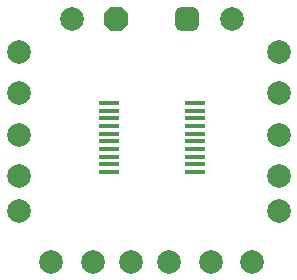
<source format=gbr>
%TF.GenerationSoftware,Altium Limited,Altium Designer,23.8.1 (32)*%
G04 Layer_Color=255*
%FSLAX43Y43*%
%MOMM*%
%TF.SameCoordinates,582071CA-0EC2-41F6-B836-5D022497499C*%
%TF.FilePolarity,Positive*%
%TF.FileFunction,Pads,Top*%
%TF.Part,Single*%
G01*
G75*
%TA.AperFunction,SMDPad,CuDef*%
%ADD10R,1.651X0.432*%
%TA.AperFunction,ViaPad*%
%ADD12C,2.000*%
G04:AMPARAMS|DCode=13|XSize=2mm|YSize=2mm|CornerRadius=0.5mm|HoleSize=0mm|Usage=FLASHONLY|Rotation=270.000|XOffset=0mm|YOffset=0mm|HoleType=Round|Shape=RoundedRectangle|*
%AMROUNDEDRECTD13*
21,1,2.000,1.000,0,0,270.0*
21,1,1.000,2.000,0,0,270.0*
1,1,1.000,-0.500,-0.500*
1,1,1.000,-0.500,0.500*
1,1,1.000,0.500,0.500*
1,1,1.000,0.500,-0.500*
%
%ADD13ROUNDEDRECTD13*%
G04:AMPARAMS|DCode=14|XSize=2mm|YSize=2mm|CornerRadius=0mm|HoleSize=0mm|Usage=FLASHONLY|Rotation=270.000|XOffset=0mm|YOffset=0mm|HoleType=Round|Shape=Octagon|*
%AMOCTAGOND14*
4,1,8,-0.500,-1.000,0.500,-1.000,1.000,-0.500,1.000,0.500,0.500,1.000,-0.500,1.000,-1.000,0.500,-1.000,-0.500,-0.500,-1.000,0.0*
%
%ADD14OCTAGOND14*%

D10*
X89132Y90175D02*
D03*
Y89525D02*
D03*
Y88875D02*
D03*
Y88225D02*
D03*
Y87575D02*
D03*
Y86925D02*
D03*
Y86275D02*
D03*
Y85625D02*
D03*
Y84975D02*
D03*
Y84325D02*
D03*
X81868D02*
D03*
Y84975D02*
D03*
Y85625D02*
D03*
Y86275D02*
D03*
Y86925D02*
D03*
Y87575D02*
D03*
Y88225D02*
D03*
Y88875D02*
D03*
Y89525D02*
D03*
Y90175D02*
D03*
D12*
X74250Y87500D02*
D03*
Y81000D02*
D03*
Y84000D02*
D03*
Y91000D02*
D03*
Y94500D02*
D03*
X77000Y76750D02*
D03*
X80500D02*
D03*
X90500D02*
D03*
X87000D02*
D03*
X94000D02*
D03*
X96250Y81000D02*
D03*
Y84000D02*
D03*
Y91000D02*
D03*
Y87500D02*
D03*
Y94500D02*
D03*
X78750Y97250D02*
D03*
X92250D02*
D03*
X83750Y76750D02*
D03*
D13*
X88500Y97250D02*
D03*
D14*
X82500D02*
D03*
%TF.MD5,71dafa11c621f9043d4fee068b42387d*%
M02*

</source>
